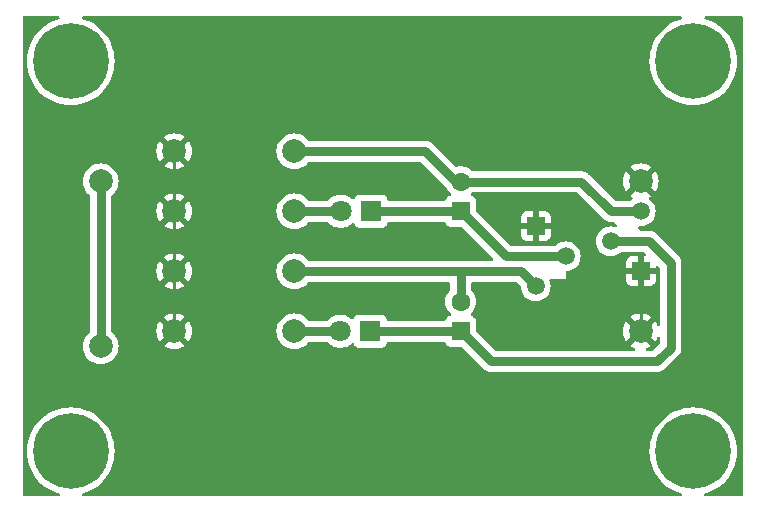
<source format=gbr>
%TF.GenerationSoftware,KiCad,Pcbnew,7.0.1-3b83917a11~172~ubuntu22.10.1*%
%TF.CreationDate,2023-04-05T19:22:54+09:00*%
%TF.ProjectId,m_vibrator_thick,6d5f7669-6272-4617-946f-725f74686963,rev?*%
%TF.SameCoordinates,Original*%
%TF.FileFunction,Copper,L1,Top*%
%TF.FilePolarity,Positive*%
%FSLAX46Y46*%
G04 Gerber Fmt 4.6, Leading zero omitted, Abs format (unit mm)*
G04 Created by KiCad (PCBNEW 7.0.1-3b83917a11~172~ubuntu22.10.1) date 2023-04-05 19:22:54*
%MOMM*%
%LPD*%
G01*
G04 APERTURE LIST*
%TA.AperFunction,ComponentPad*%
%ADD10C,1.500000*%
%TD*%
%TA.AperFunction,ComponentPad*%
%ADD11R,1.500000X1.500000*%
%TD*%
%TA.AperFunction,ComponentPad*%
%ADD12C,2.000000*%
%TD*%
%TA.AperFunction,ComponentPad*%
%ADD13R,1.600000X1.600000*%
%TD*%
%TA.AperFunction,ComponentPad*%
%ADD14C,1.600000*%
%TD*%
%TA.AperFunction,ComponentPad*%
%ADD15R,1.800000X1.800000*%
%TD*%
%TA.AperFunction,ComponentPad*%
%ADD16C,1.800000*%
%TD*%
%TA.AperFunction,ComponentPad*%
%ADD17C,6.400000*%
%TD*%
%TA.AperFunction,Conductor*%
%ADD18C,0.762000*%
%TD*%
%TA.AperFunction,Conductor*%
%ADD19C,0.508000*%
%TD*%
%TA.AperFunction,Conductor*%
%ADD20C,0.250000*%
%TD*%
G04 APERTURE END LIST*
D10*
%TO.P,Q2,3,B*%
%TO.N,Net-(Q2-B)*%
X44450000Y-24130000D03*
%TO.P,Q2,2,C*%
%TO.N,Net-(D2-K)*%
X46990000Y-21590000D03*
D11*
%TO.P,Q2,1,E*%
%TO.N,GND*%
X44450000Y-19050000D03*
%TD*%
%TO.P,Q1,1,E*%
%TO.N,GND*%
X53340000Y-22860000D03*
D10*
%TO.P,Q1,2,C*%
%TO.N,Net-(D1-K)*%
X50800000Y-20320000D03*
%TO.P,Q1,3,B*%
%TO.N,Net-(Q1-B)*%
X53340000Y-17780000D03*
%TD*%
D12*
%TO.P,TP2,1,1*%
%TO.N,Net-(TP2-Pad1)*%
X7620000Y-15240000D03*
%TD*%
%TO.P,TP4,1,1*%
%TO.N,GND*%
X53340000Y-27940000D03*
%TD*%
%TO.P,R2,1*%
%TO.N,+3V0*%
X13840225Y-22860000D03*
%TO.P,R2,2*%
%TO.N,Net-(Q2-B)*%
X24000225Y-22860000D03*
%TD*%
%TO.P,R4,1*%
%TO.N,+3V0*%
X13840225Y-17780000D03*
%TO.P,R4,2*%
%TO.N,Net-(D2-A)*%
X24000225Y-17780000D03*
%TD*%
D13*
%TO.P,C1,1*%
%TO.N,Net-(D1-K)*%
X38100000Y-27940000D03*
D14*
%TO.P,C1,2*%
%TO.N,Net-(Q2-B)*%
X38100000Y-25440000D03*
%TD*%
D15*
%TO.P,D2,1,K*%
%TO.N,Net-(D2-K)*%
X30480000Y-17780000D03*
D16*
%TO.P,D2,2,A*%
%TO.N,Net-(D2-A)*%
X27940000Y-17780000D03*
%TD*%
D12*
%TO.P,TP3,1,1*%
%TO.N,Net-(TP2-Pad1)*%
X7620000Y-29210000D03*
%TD*%
%TO.P,R3,1*%
%TO.N,+3V0*%
X13840225Y-12700000D03*
%TO.P,R3,2*%
%TO.N,Net-(Q1-B)*%
X24000225Y-12700000D03*
%TD*%
D13*
%TO.P,C2,1*%
%TO.N,Net-(D2-K)*%
X38100000Y-17780000D03*
D14*
%TO.P,C2,2*%
%TO.N,Net-(Q1-B)*%
X38100000Y-15280000D03*
%TD*%
D17*
%TO.P,H1,1*%
%TO.N,N/C*%
X5080000Y-5080000D03*
%TD*%
%TO.P,H4,1*%
%TO.N,N/C*%
X57785000Y-38100000D03*
%TD*%
D12*
%TO.P,TP1,1,1*%
%TO.N,+3V0*%
X53340000Y-15240000D03*
%TD*%
D17*
%TO.P,H3,1*%
%TO.N,N/C*%
X5080000Y-38100000D03*
%TD*%
D15*
%TO.P,D1,1,K*%
%TO.N,Net-(D1-K)*%
X30440000Y-27940000D03*
D16*
%TO.P,D1,2,A*%
%TO.N,Net-(D1-A)*%
X27900000Y-27940000D03*
%TD*%
D17*
%TO.P,H2,1*%
%TO.N,N/C*%
X57785000Y-5080000D03*
%TD*%
D12*
%TO.P,R1,1*%
%TO.N,+3V0*%
X13840225Y-27940000D03*
%TO.P,R1,2*%
%TO.N,Net-(D1-A)*%
X24000225Y-27940000D03*
%TD*%
D18*
%TO.N,Net-(D2-K)*%
X38100000Y-17780000D02*
X41910000Y-21590000D01*
X41910000Y-21590000D02*
X46990000Y-21590000D01*
D19*
%TO.N,GND*%
X43902000Y-19050000D02*
X46990000Y-19050000D01*
X46990000Y-19050000D02*
X50800000Y-22860000D01*
D18*
%TO.N,Net-(Q2-B)*%
X38100000Y-22860000D02*
X43180000Y-22860000D01*
X43180000Y-22860000D02*
X44450000Y-24130000D01*
%TO.N,Net-(D1-K)*%
X50800000Y-20320000D02*
X54062000Y-20320000D01*
X54062000Y-20320000D02*
X55890657Y-22148657D01*
X55890657Y-22148657D02*
X55890657Y-29335001D01*
X55890657Y-29335001D02*
X54745658Y-30480000D01*
X54745658Y-30480000D02*
X40640000Y-30480000D01*
X40640000Y-30480000D02*
X38100000Y-27940000D01*
%TO.N,Net-(Q1-B)*%
X38100000Y-15280000D02*
X48300000Y-15280000D01*
X48300000Y-15280000D02*
X50800000Y-17780000D01*
X50800000Y-17780000D02*
X53340000Y-17780000D01*
%TO.N,Net-(D1-K)*%
X38100000Y-27940000D02*
X30440000Y-27940000D01*
%TO.N,Net-(Q2-B)*%
X24000225Y-22860000D02*
X38100000Y-22860000D01*
X38100000Y-25440000D02*
X38100000Y-22860000D01*
D20*
%TO.N,Net-(D2-K)*%
X37498960Y-17780000D02*
X37799480Y-18080520D01*
D18*
X30480000Y-17780000D02*
X37498960Y-17780000D01*
%TO.N,Net-(Q1-B)*%
X24000225Y-12700000D02*
X35095000Y-12700000D01*
X35095000Y-12700000D02*
X37675000Y-15280000D01*
%TO.N,Net-(D1-A)*%
X24000225Y-27940000D02*
X27900000Y-27940000D01*
%TO.N,Net-(D2-A)*%
X27940000Y-17780000D02*
X24000225Y-17780000D01*
D19*
%TO.N,GND*%
X50800000Y-22860000D02*
X52915000Y-22860000D01*
D20*
X53340000Y-22860000D02*
X53340000Y-27940000D01*
%TO.N,+3V0*%
X13840225Y-13192221D02*
X13913877Y-13118569D01*
X13840225Y-27940000D02*
X13840225Y-13192221D01*
D18*
%TO.N,Net-(TP2-Pad1)*%
X7620000Y-15240000D02*
X7620000Y-29210000D01*
%TD*%
%TA.AperFunction,Conductor*%
%TO.N,GND*%
G36*
X47927585Y-16179091D02*
G01*
X47968462Y-16206405D01*
X50114508Y-18352451D01*
X50127347Y-18367483D01*
X50135327Y-18378466D01*
X50135330Y-18378468D01*
X50135331Y-18378470D01*
X50185073Y-18423258D01*
X50189819Y-18427762D01*
X50203993Y-18441936D01*
X50203994Y-18441937D01*
X50219561Y-18454543D01*
X50224555Y-18458808D01*
X50274285Y-18503585D01*
X50286038Y-18510370D01*
X50302322Y-18521561D01*
X50312875Y-18530107D01*
X50366010Y-18557180D01*
X50372469Y-18560471D01*
X50378267Y-18563619D01*
X50436211Y-18597073D01*
X50436212Y-18597073D01*
X50436215Y-18597075D01*
X50449126Y-18601270D01*
X50467383Y-18608832D01*
X50479476Y-18614994D01*
X50544109Y-18632312D01*
X50550414Y-18634180D01*
X50614044Y-18654855D01*
X50627530Y-18656272D01*
X50646971Y-18659875D01*
X50660085Y-18663389D01*
X50726890Y-18666889D01*
X50733471Y-18667406D01*
X50741525Y-18668253D01*
X50753379Y-18669500D01*
X50753380Y-18669500D01*
X50773407Y-18669500D01*
X50780001Y-18669673D01*
X50846810Y-18673174D01*
X50857312Y-18671510D01*
X50860216Y-18671051D01*
X50879924Y-18669500D01*
X51002310Y-18669500D01*
X51050528Y-18679091D01*
X51091405Y-18706405D01*
X51289983Y-18904983D01*
X51322595Y-18961467D01*
X51322595Y-19026689D01*
X51289983Y-19083174D01*
X51233499Y-19115785D01*
X51168278Y-19115785D01*
X51019371Y-19075885D01*
X50800000Y-19056693D01*
X50580624Y-19075885D01*
X50367925Y-19132879D01*
X50168347Y-19225943D01*
X49987958Y-19352253D01*
X49832253Y-19507958D01*
X49705943Y-19688347D01*
X49612879Y-19887925D01*
X49555885Y-20100624D01*
X49536693Y-20320000D01*
X49555885Y-20539375D01*
X49612879Y-20752074D01*
X49705943Y-20951653D01*
X49832253Y-21132041D01*
X49987958Y-21287746D01*
X49987961Y-21287748D01*
X49987962Y-21287749D01*
X50168346Y-21414056D01*
X50367924Y-21507120D01*
X50461707Y-21532249D01*
X50580624Y-21564114D01*
X50580625Y-21564114D01*
X50580629Y-21564115D01*
X50800000Y-21583307D01*
X51019371Y-21564115D01*
X51232076Y-21507120D01*
X51431654Y-21414056D01*
X51612038Y-21287749D01*
X51653384Y-21246402D01*
X51694258Y-21219091D01*
X51742477Y-21209500D01*
X53542310Y-21209500D01*
X53590528Y-21219091D01*
X53631405Y-21246405D01*
X53771905Y-21386905D01*
X53802643Y-21437064D01*
X53807259Y-21495711D01*
X53784746Y-21550061D01*
X53740013Y-21588267D01*
X53682810Y-21602000D01*
X53594000Y-21602000D01*
X53594000Y-22606000D01*
X54598000Y-22606000D01*
X54598000Y-22517190D01*
X54611733Y-22459987D01*
X54649939Y-22415254D01*
X54704289Y-22392741D01*
X54762936Y-22397357D01*
X54813095Y-22428095D01*
X54964252Y-22579252D01*
X54991566Y-22620129D01*
X55001157Y-22668347D01*
X55001157Y-27376347D01*
X54982590Y-27442182D01*
X54932360Y-27488614D01*
X54865271Y-27501959D01*
X54801096Y-27478283D01*
X54758748Y-27424565D01*
X54687791Y-27253261D01*
X54573102Y-27066107D01*
X54573101Y-27066107D01*
X53699210Y-27940000D01*
X53699210Y-27940001D01*
X54573101Y-28813892D01*
X54573102Y-28813891D01*
X54687791Y-28626738D01*
X54758748Y-28455435D01*
X54801096Y-28401717D01*
X54865271Y-28378041D01*
X54932360Y-28391386D01*
X54982590Y-28437818D01*
X55001157Y-28503653D01*
X55001157Y-28914368D01*
X54991566Y-28962586D01*
X54964252Y-29003463D01*
X54414120Y-29553595D01*
X54373243Y-29580909D01*
X54325025Y-29590500D01*
X53929381Y-29590500D01*
X53863546Y-29571933D01*
X53817114Y-29521703D01*
X53803769Y-29454614D01*
X53827445Y-29390439D01*
X53881163Y-29348091D01*
X54026738Y-29287791D01*
X54213891Y-29173102D01*
X54213892Y-29173101D01*
X53340001Y-28299210D01*
X53340000Y-28299210D01*
X52466107Y-29173101D01*
X52466107Y-29173102D01*
X52653261Y-29287791D01*
X52798837Y-29348091D01*
X52852555Y-29390439D01*
X52876231Y-29454614D01*
X52862886Y-29521703D01*
X52816454Y-29571933D01*
X52750619Y-29590500D01*
X41060632Y-29590500D01*
X41012414Y-29580909D01*
X40971537Y-29553595D01*
X39445405Y-28027462D01*
X39418091Y-27986585D01*
X39408825Y-27939999D01*
X51827337Y-27939999D01*
X51845960Y-28176633D01*
X51901372Y-28407440D01*
X51992208Y-28626738D01*
X52106896Y-28813891D01*
X52106897Y-28813891D01*
X52980790Y-27940000D01*
X52980790Y-27939999D01*
X52106898Y-27066107D01*
X52106896Y-27066107D01*
X51992207Y-27253264D01*
X51901372Y-27472559D01*
X51845960Y-27703366D01*
X51827337Y-27939999D01*
X39408825Y-27939999D01*
X39408500Y-27938367D01*
X39408500Y-27091362D01*
X39408499Y-27091361D01*
X39401989Y-27030799D01*
X39350889Y-26893796D01*
X39350888Y-26893794D01*
X39263261Y-26776738D01*
X39169966Y-26706898D01*
X52466107Y-26706898D01*
X53339999Y-27580790D01*
X53340000Y-27580790D01*
X54213891Y-26706897D01*
X54213891Y-26706896D01*
X54026738Y-26592208D01*
X53807440Y-26501372D01*
X53576633Y-26445960D01*
X53340000Y-26427337D01*
X53103366Y-26445960D01*
X52872559Y-26501372D01*
X52653264Y-26592207D01*
X52466107Y-26706896D01*
X52466107Y-26706898D01*
X39169966Y-26706898D01*
X39146205Y-26689111D01*
X39094720Y-26669908D01*
X39009201Y-26638011D01*
X39009198Y-26638010D01*
X39005923Y-26636789D01*
X38954731Y-26601246D01*
X38926834Y-26545516D01*
X38929059Y-26483234D01*
X38960858Y-26429639D01*
X39106198Y-26284300D01*
X39237523Y-26096749D01*
X39334284Y-25889243D01*
X39393543Y-25668087D01*
X39413498Y-25440000D01*
X39393543Y-25211913D01*
X39334284Y-24990757D01*
X39237523Y-24783251D01*
X39106198Y-24595700D01*
X39026402Y-24515904D01*
X38999091Y-24475030D01*
X38989500Y-24426812D01*
X38989500Y-23875500D01*
X39006381Y-23812500D01*
X39052500Y-23766381D01*
X39115500Y-23749500D01*
X42759367Y-23749500D01*
X42807585Y-23759091D01*
X42848462Y-23786405D01*
X43153749Y-24091692D01*
X43178849Y-24127537D01*
X43190175Y-24169805D01*
X43205885Y-24349375D01*
X43262879Y-24562074D01*
X43355943Y-24761653D01*
X43482253Y-24942041D01*
X43637958Y-25097746D01*
X43637961Y-25097748D01*
X43637962Y-25097749D01*
X43818346Y-25224056D01*
X44017924Y-25317120D01*
X44111707Y-25342249D01*
X44230624Y-25374114D01*
X44230625Y-25374114D01*
X44230629Y-25374115D01*
X44450000Y-25393307D01*
X44669371Y-25374115D01*
X44882076Y-25317120D01*
X45081654Y-25224056D01*
X45262038Y-25097749D01*
X45417749Y-24942038D01*
X45544056Y-24761654D01*
X45637120Y-24562076D01*
X45694115Y-24349371D01*
X45713307Y-24130000D01*
X45694115Y-23910629D01*
X45637120Y-23697924D01*
X45626079Y-23674248D01*
X45614545Y-23612759D01*
X45634008Y-23553300D01*
X45679671Y-23510532D01*
X45740275Y-23495000D01*
X46990000Y-23495000D01*
X46990000Y-23114000D01*
X52082000Y-23114000D01*
X52082000Y-23658589D01*
X52088505Y-23719093D01*
X52139554Y-23855962D01*
X52227095Y-23972904D01*
X52344037Y-24060445D01*
X52480906Y-24111494D01*
X52541411Y-24118000D01*
X53086000Y-24118000D01*
X53086000Y-23114000D01*
X53594000Y-23114000D01*
X53594000Y-24118000D01*
X54138589Y-24118000D01*
X54199093Y-24111494D01*
X54335962Y-24060445D01*
X54452904Y-23972904D01*
X54540445Y-23855962D01*
X54591494Y-23719093D01*
X54598000Y-23658589D01*
X54598000Y-23114000D01*
X53594000Y-23114000D01*
X53086000Y-23114000D01*
X52082000Y-23114000D01*
X46990000Y-23114000D01*
X46990000Y-22968765D01*
X47005095Y-22908965D01*
X47046762Y-22863493D01*
X47105017Y-22843244D01*
X47209371Y-22834115D01*
X47422076Y-22777120D01*
X47621654Y-22684056D01*
X47733129Y-22606000D01*
X52082000Y-22606000D01*
X53086000Y-22606000D01*
X53086000Y-21602000D01*
X52541411Y-21602000D01*
X52480906Y-21608505D01*
X52344037Y-21659554D01*
X52227095Y-21747095D01*
X52139554Y-21864037D01*
X52088505Y-22000906D01*
X52082000Y-22061411D01*
X52082000Y-22606000D01*
X47733129Y-22606000D01*
X47802038Y-22557749D01*
X47957749Y-22402038D01*
X48084056Y-22221654D01*
X48177120Y-22022076D01*
X48234115Y-21809371D01*
X48253307Y-21590000D01*
X48234115Y-21370629D01*
X48177120Y-21157924D01*
X48084056Y-20958347D01*
X47957749Y-20777962D01*
X47957748Y-20777961D01*
X47957746Y-20777958D01*
X47802041Y-20622253D01*
X47621653Y-20495943D01*
X47422074Y-20402879D01*
X47209375Y-20345885D01*
X46990000Y-20326693D01*
X46770624Y-20345885D01*
X46557925Y-20402879D01*
X46358347Y-20495943D01*
X46177961Y-20622251D01*
X46177962Y-20622251D01*
X46136615Y-20663597D01*
X46095742Y-20690909D01*
X46047523Y-20700500D01*
X42330633Y-20700500D01*
X42282415Y-20690909D01*
X42241538Y-20663595D01*
X40881943Y-19304000D01*
X43192000Y-19304000D01*
X43192000Y-19848589D01*
X43198505Y-19909093D01*
X43249554Y-20045962D01*
X43337095Y-20162904D01*
X43454037Y-20250445D01*
X43590906Y-20301494D01*
X43651411Y-20308000D01*
X44196000Y-20308000D01*
X44196000Y-19304000D01*
X44704000Y-19304000D01*
X44704000Y-20308000D01*
X45248589Y-20308000D01*
X45309093Y-20301494D01*
X45445962Y-20250445D01*
X45562904Y-20162904D01*
X45650445Y-20045962D01*
X45701494Y-19909093D01*
X45708000Y-19848589D01*
X45708000Y-19304000D01*
X44704000Y-19304000D01*
X44196000Y-19304000D01*
X43192000Y-19304000D01*
X40881943Y-19304000D01*
X40373943Y-18796000D01*
X43192000Y-18796000D01*
X44196000Y-18796000D01*
X44196000Y-17792000D01*
X44704000Y-17792000D01*
X44704000Y-18796000D01*
X45708000Y-18796000D01*
X45708000Y-18251411D01*
X45701494Y-18190906D01*
X45650445Y-18054037D01*
X45562904Y-17937095D01*
X45445962Y-17849554D01*
X45309093Y-17798505D01*
X45248589Y-17792000D01*
X44704000Y-17792000D01*
X44196000Y-17792000D01*
X43651411Y-17792000D01*
X43590906Y-17798505D01*
X43454037Y-17849554D01*
X43337095Y-17937095D01*
X43249554Y-18054037D01*
X43198505Y-18190906D01*
X43192000Y-18251411D01*
X43192000Y-18796000D01*
X40373943Y-18796000D01*
X39445405Y-17867462D01*
X39418091Y-17826585D01*
X39408500Y-17778367D01*
X39408500Y-16931362D01*
X39401989Y-16870799D01*
X39350889Y-16733796D01*
X39350888Y-16733794D01*
X39263261Y-16616738D01*
X39146205Y-16529111D01*
X39094720Y-16509908D01*
X39009201Y-16478011D01*
X39009198Y-16478010D01*
X39005923Y-16476789D01*
X38954731Y-16441246D01*
X38926835Y-16385516D01*
X38929059Y-16323235D01*
X38960860Y-16269638D01*
X39024093Y-16206405D01*
X39064970Y-16179091D01*
X39113188Y-16169500D01*
X47879367Y-16169500D01*
X47927585Y-16179091D01*
G37*
%TD.AperFunction*%
%TD*%
%TA.AperFunction,Conductor*%
%TO.N,+3V0*%
G36*
X4071685Y-1284237D02*
G01*
X4116718Y-1323729D01*
X4138427Y-1379554D01*
X4131906Y-1439095D01*
X4098629Y-1488897D01*
X4046116Y-1517707D01*
X3932436Y-1548167D01*
X3569548Y-1687467D01*
X3223205Y-1863938D01*
X2897206Y-2075643D01*
X2595118Y-2320270D01*
X2320270Y-2595118D01*
X2075643Y-2897206D01*
X1863938Y-3223205D01*
X1687467Y-3569548D01*
X1548167Y-3932436D01*
X1447562Y-4307900D01*
X1386753Y-4691829D01*
X1366410Y-5080000D01*
X1386753Y-5468170D01*
X1447562Y-5852099D01*
X1548167Y-6227563D01*
X1687467Y-6590451D01*
X1863938Y-6936795D01*
X2075643Y-7262793D01*
X2320270Y-7564881D01*
X2595118Y-7839729D01*
X2595123Y-7839733D01*
X2595124Y-7839734D01*
X2897207Y-8084357D01*
X3223205Y-8296062D01*
X3569547Y-8472532D01*
X3932438Y-8611833D01*
X4307901Y-8712438D01*
X4691824Y-8773246D01*
X5080000Y-8793589D01*
X5468176Y-8773246D01*
X5852099Y-8712438D01*
X6227562Y-8611833D01*
X6590453Y-8472532D01*
X6936795Y-8296062D01*
X7262793Y-8084357D01*
X7564876Y-7839734D01*
X7839734Y-7564876D01*
X8084357Y-7262793D01*
X8296062Y-6936795D01*
X8472532Y-6590453D01*
X8611833Y-6227562D01*
X8712438Y-5852099D01*
X8773246Y-5468176D01*
X8793589Y-5080000D01*
X8773246Y-4691824D01*
X8712438Y-4307901D01*
X8611833Y-3932438D01*
X8472532Y-3569547D01*
X8296062Y-3223206D01*
X8084357Y-2897207D01*
X7839734Y-2595124D01*
X7839733Y-2595123D01*
X7839729Y-2595118D01*
X7564881Y-2320270D01*
X7262793Y-2075643D01*
X6936795Y-1863938D01*
X6590451Y-1687467D01*
X6227563Y-1548167D01*
X6113884Y-1517707D01*
X6061371Y-1488897D01*
X6028094Y-1439095D01*
X6021573Y-1379554D01*
X6043282Y-1323729D01*
X6088315Y-1284237D01*
X6146495Y-1270000D01*
X56718505Y-1270000D01*
X56776685Y-1284237D01*
X56821718Y-1323729D01*
X56843427Y-1379554D01*
X56836906Y-1439095D01*
X56803629Y-1488897D01*
X56751116Y-1517707D01*
X56637436Y-1548167D01*
X56274548Y-1687467D01*
X55928205Y-1863938D01*
X55602206Y-2075643D01*
X55300118Y-2320270D01*
X55025270Y-2595118D01*
X54780643Y-2897206D01*
X54568938Y-3223205D01*
X54392467Y-3569548D01*
X54253167Y-3932436D01*
X54152562Y-4307900D01*
X54091753Y-4691829D01*
X54071410Y-5079999D01*
X54091753Y-5468170D01*
X54152562Y-5852099D01*
X54253167Y-6227563D01*
X54392467Y-6590451D01*
X54568938Y-6936795D01*
X54780643Y-7262793D01*
X55025270Y-7564881D01*
X55300118Y-7839729D01*
X55300123Y-7839733D01*
X55300124Y-7839734D01*
X55602207Y-8084357D01*
X55928205Y-8296062D01*
X56274547Y-8472532D01*
X56637438Y-8611833D01*
X57012901Y-8712438D01*
X57396824Y-8773246D01*
X57785000Y-8793589D01*
X58173176Y-8773246D01*
X58557099Y-8712438D01*
X58932562Y-8611833D01*
X59295453Y-8472532D01*
X59641795Y-8296062D01*
X59967793Y-8084357D01*
X60269876Y-7839734D01*
X60544734Y-7564876D01*
X60789357Y-7262793D01*
X61001062Y-6936795D01*
X61177532Y-6590453D01*
X61316833Y-6227562D01*
X61417438Y-5852099D01*
X61478246Y-5468176D01*
X61498589Y-5080000D01*
X61478246Y-4691824D01*
X61417438Y-4307901D01*
X61316833Y-3932438D01*
X61177532Y-3569547D01*
X61001062Y-3223206D01*
X60789357Y-2897207D01*
X60544734Y-2595124D01*
X60544733Y-2595123D01*
X60544729Y-2595118D01*
X60269881Y-2320270D01*
X59967793Y-2075643D01*
X59641795Y-1863938D01*
X59295451Y-1687467D01*
X58932563Y-1548167D01*
X58818884Y-1517707D01*
X58766371Y-1488897D01*
X58733094Y-1439095D01*
X58726573Y-1379554D01*
X58748282Y-1323729D01*
X58793315Y-1284237D01*
X58851495Y-1270000D01*
X61850000Y-1270000D01*
X61913000Y-1286881D01*
X61959119Y-1333000D01*
X61976000Y-1396000D01*
X61976000Y-41784000D01*
X61959119Y-41847000D01*
X61913000Y-41893119D01*
X61850000Y-41910000D01*
X58851495Y-41910000D01*
X58793315Y-41895763D01*
X58748282Y-41856271D01*
X58726573Y-41800446D01*
X58733094Y-41740905D01*
X58766371Y-41691103D01*
X58818884Y-41662293D01*
X58829322Y-41659495D01*
X58932562Y-41631833D01*
X59295453Y-41492532D01*
X59641795Y-41316062D01*
X59967793Y-41104357D01*
X60269876Y-40859734D01*
X60544734Y-40584876D01*
X60789357Y-40282793D01*
X61001062Y-39956795D01*
X61177532Y-39610453D01*
X61316833Y-39247562D01*
X61417438Y-38872099D01*
X61478246Y-38488176D01*
X61498589Y-38100000D01*
X61478246Y-37711824D01*
X61417438Y-37327901D01*
X61316833Y-36952438D01*
X61177532Y-36589547D01*
X61001062Y-36243206D01*
X60789357Y-35917207D01*
X60544734Y-35615124D01*
X60544733Y-35615123D01*
X60544729Y-35615118D01*
X60269881Y-35340270D01*
X59967793Y-35095643D01*
X59641795Y-34883938D01*
X59295451Y-34707467D01*
X58932563Y-34568167D01*
X58557099Y-34467562D01*
X58173170Y-34406753D01*
X57785000Y-34386410D01*
X57396829Y-34406753D01*
X57012900Y-34467562D01*
X56637436Y-34568167D01*
X56274548Y-34707467D01*
X55928205Y-34883938D01*
X55602206Y-35095643D01*
X55300118Y-35340270D01*
X55025270Y-35615118D01*
X54780643Y-35917206D01*
X54568938Y-36243205D01*
X54392467Y-36589548D01*
X54253167Y-36952436D01*
X54152562Y-37327900D01*
X54091753Y-37711829D01*
X54071410Y-38100000D01*
X54091753Y-38488170D01*
X54152562Y-38872099D01*
X54253167Y-39247563D01*
X54392467Y-39610451D01*
X54568938Y-39956795D01*
X54780643Y-40282793D01*
X55025270Y-40584881D01*
X55300118Y-40859729D01*
X55300123Y-40859733D01*
X55300124Y-40859734D01*
X55602207Y-41104357D01*
X55928205Y-41316062D01*
X56274547Y-41492532D01*
X56637438Y-41631833D01*
X56735479Y-41658103D01*
X56751116Y-41662293D01*
X56803629Y-41691103D01*
X56836906Y-41740905D01*
X56843427Y-41800446D01*
X56821718Y-41856271D01*
X56776685Y-41895763D01*
X56718505Y-41910000D01*
X6146495Y-41910000D01*
X6088315Y-41895763D01*
X6043282Y-41856271D01*
X6021573Y-41800446D01*
X6028094Y-41740905D01*
X6061371Y-41691103D01*
X6113884Y-41662293D01*
X6124322Y-41659495D01*
X6227562Y-41631833D01*
X6590453Y-41492532D01*
X6936795Y-41316062D01*
X7262793Y-41104357D01*
X7564876Y-40859734D01*
X7839734Y-40584876D01*
X8084357Y-40282793D01*
X8296062Y-39956795D01*
X8472532Y-39610453D01*
X8611833Y-39247562D01*
X8712438Y-38872099D01*
X8773246Y-38488176D01*
X8793589Y-38100000D01*
X8773246Y-37711824D01*
X8712438Y-37327901D01*
X8611833Y-36952438D01*
X8472532Y-36589547D01*
X8296062Y-36243206D01*
X8084357Y-35917207D01*
X7839734Y-35615124D01*
X7839733Y-35615123D01*
X7839729Y-35615118D01*
X7564881Y-35340270D01*
X7262793Y-35095643D01*
X6936795Y-34883938D01*
X6590451Y-34707467D01*
X6227563Y-34568167D01*
X5852099Y-34467562D01*
X5468170Y-34406753D01*
X5080000Y-34386410D01*
X4691829Y-34406753D01*
X4307900Y-34467562D01*
X3932436Y-34568167D01*
X3569548Y-34707467D01*
X3223205Y-34883938D01*
X2897206Y-35095643D01*
X2595118Y-35340270D01*
X2320270Y-35615118D01*
X2075643Y-35917206D01*
X1863938Y-36243205D01*
X1687467Y-36589548D01*
X1548167Y-36952436D01*
X1447562Y-37327900D01*
X1386753Y-37711829D01*
X1366410Y-38100000D01*
X1386753Y-38488170D01*
X1447562Y-38872099D01*
X1548167Y-39247563D01*
X1687467Y-39610451D01*
X1863938Y-39956795D01*
X2075643Y-40282793D01*
X2320270Y-40584881D01*
X2595118Y-40859729D01*
X2595123Y-40859733D01*
X2595124Y-40859734D01*
X2897207Y-41104357D01*
X3223205Y-41316062D01*
X3569547Y-41492532D01*
X3932438Y-41631833D01*
X4030479Y-41658103D01*
X4046116Y-41662293D01*
X4098629Y-41691103D01*
X4131906Y-41740905D01*
X4138427Y-41800446D01*
X4116718Y-41856271D01*
X4071685Y-41895763D01*
X4013505Y-41910000D01*
X1142000Y-41910000D01*
X1079000Y-41893119D01*
X1032881Y-41847000D01*
X1016000Y-41784000D01*
X1016000Y-29210000D01*
X6106835Y-29210000D01*
X6125464Y-29446711D01*
X6180895Y-29677594D01*
X6271761Y-29896966D01*
X6395823Y-30099415D01*
X6550030Y-30279969D01*
X6730584Y-30434176D01*
X6933033Y-30558238D01*
X6933035Y-30558238D01*
X6933037Y-30558240D01*
X7152406Y-30649105D01*
X7327858Y-30691227D01*
X7383288Y-30704535D01*
X7400558Y-30705894D01*
X7620000Y-30723165D01*
X7856711Y-30704535D01*
X8087594Y-30649105D01*
X8306963Y-30558240D01*
X8509416Y-30434176D01*
X8689969Y-30279969D01*
X8844176Y-30099416D01*
X8968240Y-29896963D01*
X9059105Y-29677594D01*
X9114535Y-29446711D01*
X9133165Y-29210000D01*
X9130261Y-29173102D01*
X12966332Y-29173102D01*
X13153486Y-29287791D01*
X13372784Y-29378627D01*
X13603591Y-29434039D01*
X13840225Y-29452662D01*
X14076858Y-29434039D01*
X14307665Y-29378627D01*
X14526963Y-29287791D01*
X14714116Y-29173102D01*
X14714117Y-29173101D01*
X13840226Y-28299210D01*
X13840225Y-28299210D01*
X12966332Y-29173101D01*
X12966332Y-29173102D01*
X9130261Y-29173102D01*
X9114535Y-28973289D01*
X9059105Y-28742406D01*
X8968240Y-28523037D01*
X8844176Y-28320584D01*
X8721297Y-28176711D01*
X8689969Y-28140030D01*
X8553670Y-28023621D01*
X8521074Y-27980561D01*
X8512174Y-27939999D01*
X12327562Y-27939999D01*
X12346185Y-28176633D01*
X12401597Y-28407440D01*
X12492433Y-28626738D01*
X12607121Y-28813891D01*
X12607122Y-28813891D01*
X13481014Y-27940001D01*
X14199435Y-27940001D01*
X15073326Y-28813892D01*
X15073327Y-28813891D01*
X15188016Y-28626738D01*
X15278852Y-28407440D01*
X15334264Y-28176633D01*
X15352887Y-27940000D01*
X15352887Y-27939999D01*
X22487060Y-27939999D01*
X22505689Y-28176711D01*
X22561120Y-28407594D01*
X22651986Y-28626966D01*
X22776048Y-28829415D01*
X22930255Y-29009969D01*
X23110809Y-29164176D01*
X23313258Y-29288238D01*
X23313260Y-29288238D01*
X23313262Y-29288240D01*
X23532631Y-29379105D01*
X23708082Y-29421227D01*
X23763513Y-29434535D01*
X23780783Y-29435894D01*
X24000225Y-29453165D01*
X24236936Y-29434535D01*
X24467819Y-29379105D01*
X24687188Y-29288240D01*
X24889641Y-29164176D01*
X25070194Y-29009969D01*
X25186604Y-28873669D01*
X25229664Y-28841074D01*
X25282415Y-28829500D01*
X26749133Y-28829500D01*
X26799746Y-28840112D01*
X26841834Y-28870162D01*
X26914593Y-28949199D01*
X26942780Y-28979818D01*
X27126983Y-29123190D01*
X27332273Y-29234287D01*
X27553049Y-29310080D01*
X27783288Y-29348500D01*
X28016709Y-29348500D01*
X28016712Y-29348500D01*
X28246951Y-29310080D01*
X28467727Y-29234287D01*
X28673017Y-29123190D01*
X28857220Y-28979818D01*
X28857221Y-28979816D01*
X28865459Y-28973405D01*
X28866550Y-28974806D01*
X28908451Y-28947847D01*
X28971915Y-28943934D01*
X29029208Y-28971509D01*
X29065742Y-29023550D01*
X29089111Y-29086206D01*
X29176738Y-29203261D01*
X29293794Y-29290888D01*
X29293795Y-29290888D01*
X29293796Y-29290889D01*
X29430799Y-29341989D01*
X29491362Y-29348500D01*
X31388638Y-29348500D01*
X31449201Y-29341989D01*
X31586204Y-29290889D01*
X31703261Y-29203261D01*
X31790889Y-29086204D01*
X31841989Y-28949201D01*
X31842760Y-28942028D01*
X31863692Y-28884875D01*
X31908974Y-28844201D01*
X31968038Y-28829500D01*
X36703180Y-28829500D01*
X36752780Y-28839673D01*
X36794371Y-28868550D01*
X36821236Y-28911468D01*
X36849111Y-28986205D01*
X36936738Y-29103261D01*
X37053794Y-29190888D01*
X37053795Y-29190888D01*
X37053796Y-29190889D01*
X37190799Y-29241989D01*
X37251362Y-29248500D01*
X38098367Y-29248500D01*
X38146585Y-29258091D01*
X38187462Y-29285405D01*
X39954508Y-31052450D01*
X39967349Y-31067484D01*
X39975329Y-31078468D01*
X39975330Y-31078469D01*
X39975331Y-31078470D01*
X40025082Y-31123266D01*
X40029842Y-31127784D01*
X40043994Y-31141936D01*
X40059572Y-31154551D01*
X40064565Y-31158817D01*
X40114281Y-31203583D01*
X40119254Y-31206453D01*
X40126039Y-31210371D01*
X40142333Y-31221570D01*
X40152872Y-31230104D01*
X40152873Y-31230104D01*
X40152875Y-31230106D01*
X40212489Y-31260481D01*
X40218245Y-31263606D01*
X40276215Y-31297075D01*
X40289119Y-31301267D01*
X40307385Y-31308833D01*
X40319475Y-31314994D01*
X40384109Y-31332312D01*
X40390427Y-31334185D01*
X40454043Y-31354855D01*
X40467530Y-31356272D01*
X40486977Y-31359876D01*
X40500083Y-31363388D01*
X40518632Y-31364359D01*
X40566887Y-31366888D01*
X40573455Y-31367405D01*
X40587637Y-31368896D01*
X40593379Y-31369500D01*
X40593380Y-31369500D01*
X40613413Y-31369500D01*
X40620006Y-31369672D01*
X40686809Y-31373174D01*
X40697311Y-31371510D01*
X40700215Y-31371051D01*
X40719923Y-31369500D01*
X54665734Y-31369500D01*
X54685442Y-31371051D01*
X54688756Y-31371575D01*
X54698848Y-31373174D01*
X54765656Y-31369673D01*
X54772251Y-31369500D01*
X54792272Y-31369500D01*
X54792278Y-31369500D01*
X54812236Y-31367401D01*
X54818696Y-31366892D01*
X54885573Y-31363389D01*
X54898684Y-31359875D01*
X54918129Y-31356272D01*
X54931614Y-31354855D01*
X54995263Y-31334173D01*
X55001547Y-31332312D01*
X55066182Y-31314994D01*
X55078273Y-31308832D01*
X55096531Y-31301269D01*
X55109443Y-31297075D01*
X55167432Y-31263594D01*
X55173147Y-31260491D01*
X55232783Y-31230107D01*
X55243320Y-31221572D01*
X55259623Y-31210368D01*
X55271373Y-31203585D01*
X55321111Y-31158799D01*
X55326086Y-31154551D01*
X55341664Y-31141937D01*
X55355837Y-31127762D01*
X55360606Y-31123238D01*
X55410326Y-31078471D01*
X55410328Y-31078468D01*
X55418305Y-31067487D01*
X55431141Y-31052458D01*
X56463115Y-30020484D01*
X56478144Y-30007648D01*
X56489127Y-29999670D01*
X56533897Y-29949945D01*
X56538419Y-29945180D01*
X56552594Y-29931007D01*
X56565208Y-29915429D01*
X56569456Y-29910454D01*
X56614242Y-29860716D01*
X56621028Y-29848960D01*
X56632230Y-29832663D01*
X56640762Y-29822128D01*
X56640764Y-29822126D01*
X56671159Y-29762470D01*
X56674268Y-29756744D01*
X56707732Y-29698786D01*
X56711925Y-29685879D01*
X56719491Y-29667612D01*
X56725651Y-29655526D01*
X56742966Y-29590899D01*
X56744831Y-29584602D01*
X56765512Y-29520957D01*
X56766931Y-29507455D01*
X56770533Y-29488023D01*
X56774045Y-29474915D01*
X56777545Y-29408118D01*
X56778063Y-29401534D01*
X56780157Y-29381620D01*
X56780157Y-29361587D01*
X56780330Y-29354993D01*
X56780670Y-29348500D01*
X56783831Y-29288191D01*
X56781708Y-29274785D01*
X56780157Y-29255077D01*
X56780157Y-22228581D01*
X56781708Y-22208873D01*
X56782167Y-22205969D01*
X56783831Y-22195467D01*
X56780330Y-22128658D01*
X56780157Y-22122064D01*
X56780157Y-22102036D01*
X56778064Y-22082131D01*
X56777546Y-22075547D01*
X56774046Y-22008744D01*
X56774046Y-22008742D01*
X56770532Y-21995628D01*
X56766929Y-21976186D01*
X56766340Y-21970584D01*
X56765512Y-21962701D01*
X56744837Y-21899071D01*
X56742966Y-21892755D01*
X56725651Y-21828133D01*
X56719489Y-21816040D01*
X56711927Y-21797783D01*
X56707732Y-21784872D01*
X56707730Y-21784868D01*
X56674276Y-21726924D01*
X56671128Y-21721126D01*
X56667837Y-21714667D01*
X56640764Y-21661532D01*
X56632218Y-21650979D01*
X56621027Y-21634695D01*
X56614242Y-21622942D01*
X56569465Y-21573212D01*
X56565200Y-21568218D01*
X56561877Y-21564115D01*
X56552594Y-21552651D01*
X56538419Y-21538476D01*
X56533915Y-21533730D01*
X56489127Y-21483988D01*
X56489125Y-21483987D01*
X56489123Y-21483984D01*
X56478140Y-21476004D01*
X56463108Y-21463165D01*
X54747488Y-19747545D01*
X54734646Y-19732510D01*
X54726666Y-19721526D01*
X54676938Y-19676750D01*
X54672154Y-19672210D01*
X54658012Y-19658068D01*
X54642447Y-19645463D01*
X54637436Y-19641183D01*
X54612011Y-19618291D01*
X54587715Y-19596415D01*
X54587713Y-19596413D01*
X54587711Y-19596412D01*
X54575961Y-19589628D01*
X54559668Y-19578430D01*
X54549128Y-19569895D01*
X54549126Y-19569894D01*
X54549125Y-19569893D01*
X54489503Y-19539514D01*
X54483722Y-19536375D01*
X54425785Y-19502925D01*
X54412872Y-19498729D01*
X54394614Y-19491166D01*
X54382524Y-19485006D01*
X54317872Y-19467682D01*
X54311590Y-19465820D01*
X54283109Y-19456567D01*
X54247954Y-19445144D01*
X54234463Y-19443726D01*
X54215031Y-19440125D01*
X54201914Y-19436610D01*
X54135111Y-19433110D01*
X54128536Y-19432593D01*
X54108620Y-19430500D01*
X54088593Y-19430500D01*
X54081999Y-19430327D01*
X54066008Y-19429489D01*
X54015190Y-19426826D01*
X54015189Y-19426826D01*
X54001784Y-19428949D01*
X53982076Y-19430500D01*
X53368340Y-19430500D01*
X53319169Y-19420510D01*
X53277796Y-19392123D01*
X53137993Y-19247659D01*
X53107570Y-19195291D01*
X53105094Y-19134778D01*
X53131139Y-19080101D01*
X53179686Y-19043891D01*
X53239513Y-19034515D01*
X53340000Y-19043307D01*
X53559371Y-19024115D01*
X53772076Y-18967120D01*
X53971654Y-18874056D01*
X54152038Y-18747749D01*
X54307749Y-18592038D01*
X54434056Y-18411654D01*
X54527120Y-18212076D01*
X54584115Y-17999371D01*
X54603307Y-17780000D01*
X54584115Y-17560629D01*
X54579489Y-17543366D01*
X54527120Y-17347925D01*
X54510557Y-17312406D01*
X54434056Y-17148347D01*
X54307749Y-16967962D01*
X54307748Y-16967961D01*
X54307746Y-16967958D01*
X54152041Y-16812253D01*
X54080033Y-16761832D01*
X54039665Y-16715085D01*
X54026363Y-16654771D01*
X54043323Y-16595381D01*
X54086469Y-16551186D01*
X54213892Y-16473101D01*
X53340001Y-15599210D01*
X53340000Y-15599210D01*
X52466107Y-16473101D01*
X52593530Y-16551186D01*
X52636676Y-16595381D01*
X52653636Y-16654770D01*
X52640334Y-16715085D01*
X52599967Y-16761831D01*
X52527963Y-16812249D01*
X52508851Y-16831362D01*
X52486615Y-16853597D01*
X52445742Y-16880909D01*
X52397523Y-16890500D01*
X51220633Y-16890500D01*
X51172415Y-16880909D01*
X51131538Y-16853595D01*
X49517942Y-15239999D01*
X51827337Y-15239999D01*
X51845960Y-15476633D01*
X51901372Y-15707440D01*
X51992208Y-15926738D01*
X52106896Y-16113891D01*
X52106897Y-16113891D01*
X52980789Y-15240001D01*
X53699210Y-15240001D01*
X54573101Y-16113892D01*
X54573102Y-16113891D01*
X54687791Y-15926738D01*
X54778627Y-15707440D01*
X54834039Y-15476633D01*
X54852662Y-15239999D01*
X54834039Y-15003366D01*
X54778627Y-14772559D01*
X54687791Y-14553261D01*
X54573102Y-14366107D01*
X54573101Y-14366107D01*
X53699210Y-15240000D01*
X53699210Y-15240001D01*
X52980789Y-15240001D01*
X52980790Y-15240000D01*
X52980790Y-15239999D01*
X52106898Y-14366107D01*
X52106896Y-14366107D01*
X51992207Y-14553264D01*
X51901372Y-14772559D01*
X51845960Y-15003366D01*
X51827337Y-15239999D01*
X49517942Y-15239999D01*
X48985488Y-14707545D01*
X48972646Y-14692510D01*
X48964666Y-14681526D01*
X48914938Y-14636750D01*
X48910154Y-14632210D01*
X48896012Y-14618068D01*
X48880447Y-14605463D01*
X48875436Y-14601183D01*
X48850011Y-14578291D01*
X48825715Y-14556415D01*
X48825713Y-14556413D01*
X48825711Y-14556412D01*
X48813961Y-14549628D01*
X48797668Y-14538430D01*
X48787128Y-14529895D01*
X48787126Y-14529894D01*
X48787125Y-14529893D01*
X48727503Y-14499514D01*
X48721722Y-14496375D01*
X48663785Y-14462925D01*
X48650872Y-14458729D01*
X48632614Y-14451166D01*
X48620524Y-14445006D01*
X48555872Y-14427682D01*
X48549590Y-14425820D01*
X48521109Y-14416567D01*
X48485954Y-14405144D01*
X48472463Y-14403726D01*
X48453031Y-14400125D01*
X48439914Y-14396610D01*
X48373111Y-14393110D01*
X48366536Y-14392593D01*
X48346620Y-14390500D01*
X48326593Y-14390500D01*
X48319999Y-14390327D01*
X48304008Y-14389489D01*
X48253190Y-14386826D01*
X48253189Y-14386826D01*
X48239784Y-14388949D01*
X48220076Y-14390500D01*
X39113188Y-14390500D01*
X39064970Y-14380909D01*
X39024095Y-14353597D01*
X38944300Y-14273802D01*
X38857702Y-14213165D01*
X38756750Y-14142477D01*
X38549243Y-14045715D01*
X38404375Y-14006898D01*
X52466107Y-14006898D01*
X53339999Y-14880790D01*
X53340000Y-14880790D01*
X54213891Y-14006897D01*
X54213891Y-14006896D01*
X54026738Y-13892208D01*
X53807440Y-13801372D01*
X53576633Y-13745960D01*
X53340000Y-13727337D01*
X53103366Y-13745960D01*
X52872559Y-13801372D01*
X52653264Y-13892207D01*
X52466107Y-14006896D01*
X52466107Y-14006898D01*
X38404375Y-14006898D01*
X38328087Y-13986457D01*
X38100000Y-13966502D01*
X37871912Y-13986457D01*
X37758802Y-14016765D01*
X37693580Y-14016765D01*
X37637096Y-13984153D01*
X35780488Y-12127545D01*
X35767646Y-12112510D01*
X35759666Y-12101526D01*
X35709938Y-12056750D01*
X35705154Y-12052210D01*
X35691012Y-12038068D01*
X35675447Y-12025463D01*
X35670436Y-12021183D01*
X35645011Y-11998291D01*
X35620715Y-11976415D01*
X35620713Y-11976413D01*
X35620711Y-11976412D01*
X35608961Y-11969628D01*
X35592668Y-11958430D01*
X35582128Y-11949895D01*
X35582126Y-11949894D01*
X35582125Y-11949893D01*
X35522503Y-11919514D01*
X35516722Y-11916375D01*
X35458785Y-11882925D01*
X35445872Y-11878729D01*
X35427614Y-11871166D01*
X35415524Y-11865006D01*
X35350872Y-11847682D01*
X35344590Y-11845820D01*
X35316109Y-11836567D01*
X35280954Y-11825144D01*
X35267463Y-11823726D01*
X35248031Y-11820125D01*
X35234914Y-11816610D01*
X35168111Y-11813110D01*
X35161536Y-11812593D01*
X35141620Y-11810500D01*
X35121593Y-11810500D01*
X35114999Y-11810327D01*
X35099008Y-11809489D01*
X35048190Y-11806826D01*
X35048189Y-11806826D01*
X35034784Y-11808949D01*
X35015076Y-11810500D01*
X25282415Y-11810500D01*
X25229664Y-11798926D01*
X25186604Y-11766330D01*
X25070194Y-11630030D01*
X24889640Y-11475823D01*
X24687191Y-11351761D01*
X24467819Y-11260895D01*
X24236936Y-11205464D01*
X24000225Y-11186835D01*
X23763513Y-11205464D01*
X23532630Y-11260895D01*
X23313258Y-11351761D01*
X23110809Y-11475823D01*
X22930255Y-11630030D01*
X22776048Y-11810584D01*
X22651986Y-12013033D01*
X22561120Y-12232405D01*
X22505689Y-12463288D01*
X22487060Y-12699999D01*
X22505689Y-12936711D01*
X22561120Y-13167594D01*
X22651986Y-13386966D01*
X22776048Y-13589415D01*
X22930255Y-13769969D01*
X23110809Y-13924176D01*
X23313258Y-14048238D01*
X23313260Y-14048238D01*
X23313262Y-14048240D01*
X23532631Y-14139105D01*
X23708083Y-14181227D01*
X23763513Y-14194535D01*
X23780783Y-14195894D01*
X24000225Y-14213165D01*
X24236936Y-14194535D01*
X24467819Y-14139105D01*
X24687188Y-14048240D01*
X24889641Y-13924176D01*
X25070194Y-13769969D01*
X25186604Y-13633669D01*
X25229664Y-13601074D01*
X25282415Y-13589500D01*
X34674367Y-13589500D01*
X34722585Y-13599091D01*
X34763462Y-13626405D01*
X36849494Y-15712437D01*
X36874594Y-15748282D01*
X36962477Y-15936750D01*
X37093804Y-16124303D01*
X37239139Y-16269638D01*
X37270940Y-16323235D01*
X37273164Y-16385516D01*
X37245268Y-16441245D01*
X37194076Y-16476789D01*
X37190799Y-16478010D01*
X37190799Y-16478011D01*
X37156763Y-16490705D01*
X37053794Y-16529111D01*
X36936738Y-16616738D01*
X36849111Y-16733794D01*
X36821236Y-16808532D01*
X36794371Y-16851450D01*
X36752780Y-16880327D01*
X36703180Y-16890500D01*
X32008038Y-16890500D01*
X31948974Y-16875799D01*
X31903692Y-16835125D01*
X31882760Y-16777971D01*
X31882555Y-16776063D01*
X31881989Y-16770799D01*
X31830889Y-16633796D01*
X31830888Y-16633794D01*
X31743261Y-16516738D01*
X31626205Y-16429111D01*
X31509322Y-16385516D01*
X31489201Y-16378011D01*
X31428638Y-16371500D01*
X29531362Y-16371500D01*
X29470799Y-16378011D01*
X29333794Y-16429111D01*
X29216738Y-16516738D01*
X29129109Y-16633796D01*
X29105741Y-16696449D01*
X29069210Y-16748488D01*
X29011920Y-16776063D01*
X28948460Y-16772154D01*
X28906549Y-16745193D01*
X28905459Y-16746595D01*
X28889015Y-16733796D01*
X28713017Y-16596810D01*
X28637281Y-16555824D01*
X28507726Y-16485712D01*
X28334894Y-16426379D01*
X28286951Y-16409920D01*
X28056712Y-16371500D01*
X27823288Y-16371500D01*
X27593049Y-16409920D01*
X27593046Y-16409920D01*
X27593046Y-16409921D01*
X27372273Y-16485712D01*
X27166984Y-16596809D01*
X26982779Y-16740182D01*
X26881834Y-16849838D01*
X26839746Y-16879888D01*
X26789133Y-16890500D01*
X25282415Y-16890500D01*
X25229664Y-16878926D01*
X25186604Y-16846330D01*
X25070194Y-16710030D01*
X24889640Y-16555823D01*
X24687191Y-16431761D01*
X24467819Y-16340895D01*
X24236936Y-16285464D01*
X24000225Y-16266835D01*
X23763513Y-16285464D01*
X23532630Y-16340895D01*
X23313258Y-16431761D01*
X23110809Y-16555823D01*
X22930255Y-16710030D01*
X22776048Y-16890584D01*
X22651986Y-17093033D01*
X22561120Y-17312405D01*
X22505689Y-17543288D01*
X22487060Y-17779999D01*
X22505689Y-18016711D01*
X22561120Y-18247594D01*
X22651986Y-18466966D01*
X22776048Y-18669415D01*
X22930255Y-18849969D01*
X23110809Y-19004176D01*
X23313258Y-19128238D01*
X23313260Y-19128238D01*
X23313262Y-19128240D01*
X23532631Y-19219105D01*
X23708083Y-19261227D01*
X23763513Y-19274535D01*
X23780783Y-19275894D01*
X24000225Y-19293165D01*
X24236936Y-19274535D01*
X24467819Y-19219105D01*
X24687188Y-19128240D01*
X24889641Y-19004176D01*
X25070194Y-18849969D01*
X25186604Y-18713669D01*
X25229664Y-18681074D01*
X25282415Y-18669500D01*
X26789133Y-18669500D01*
X26839746Y-18680112D01*
X26881834Y-18710162D01*
X26954593Y-18789199D01*
X26982780Y-18819818D01*
X27166983Y-18963190D01*
X27372273Y-19074287D01*
X27593049Y-19150080D01*
X27823288Y-19188500D01*
X28056709Y-19188500D01*
X28056712Y-19188500D01*
X28286951Y-19150080D01*
X28507727Y-19074287D01*
X28713017Y-18963190D01*
X28897220Y-18819818D01*
X28897221Y-18819816D01*
X28905459Y-18813405D01*
X28906550Y-18814806D01*
X28948451Y-18787847D01*
X29011915Y-18783934D01*
X29069208Y-18811509D01*
X29105742Y-18863550D01*
X29129111Y-18926206D01*
X29216738Y-19043261D01*
X29333794Y-19130888D01*
X29333795Y-19130888D01*
X29333796Y-19130889D01*
X29470799Y-19181989D01*
X29531362Y-19188500D01*
X31428638Y-19188500D01*
X31489201Y-19181989D01*
X31626204Y-19130889D01*
X31743261Y-19043261D01*
X31830889Y-18926204D01*
X31881989Y-18789201D01*
X31882760Y-18782028D01*
X31903692Y-18724875D01*
X31948974Y-18684201D01*
X32008038Y-18669500D01*
X36703180Y-18669500D01*
X36752780Y-18679673D01*
X36794371Y-18708550D01*
X36821235Y-18751466D01*
X36832634Y-18782029D01*
X36849111Y-18826205D01*
X36936738Y-18943261D01*
X37053794Y-19030888D01*
X37053795Y-19030888D01*
X37053796Y-19030889D01*
X37190799Y-19081989D01*
X37251362Y-19088500D01*
X38098367Y-19088500D01*
X38146585Y-19098091D01*
X38187462Y-19125405D01*
X40817462Y-21755405D01*
X40848200Y-21805564D01*
X40852816Y-21864211D01*
X40830303Y-21918561D01*
X40785570Y-21956767D01*
X40728367Y-21970500D01*
X38193490Y-21970500D01*
X38146620Y-21970500D01*
X25282415Y-21970500D01*
X25229664Y-21958926D01*
X25186604Y-21926330D01*
X25070194Y-21790030D01*
X24889640Y-21635823D01*
X24687191Y-21511761D01*
X24467819Y-21420895D01*
X24236936Y-21365464D01*
X24000225Y-21346835D01*
X23763513Y-21365464D01*
X23532630Y-21420895D01*
X23313258Y-21511761D01*
X23110809Y-21635823D01*
X22930255Y-21790030D01*
X22776048Y-21970584D01*
X22651986Y-22173033D01*
X22561120Y-22392405D01*
X22505689Y-22623288D01*
X22487060Y-22859999D01*
X22505689Y-23096711D01*
X22561120Y-23327594D01*
X22651986Y-23546966D01*
X22776048Y-23749415D01*
X22930255Y-23929969D01*
X23110809Y-24084176D01*
X23313258Y-24208238D01*
X23313260Y-24208238D01*
X23313262Y-24208240D01*
X23532631Y-24299105D01*
X23708083Y-24341227D01*
X23763513Y-24354535D01*
X23780783Y-24355894D01*
X24000225Y-24373165D01*
X24236936Y-24354535D01*
X24467819Y-24299105D01*
X24687188Y-24208240D01*
X24889641Y-24084176D01*
X25070194Y-23929969D01*
X25186604Y-23793669D01*
X25229664Y-23761074D01*
X25282415Y-23749500D01*
X37084500Y-23749500D01*
X37147500Y-23766381D01*
X37193619Y-23812500D01*
X37210500Y-23875500D01*
X37210500Y-24426812D01*
X37200909Y-24475030D01*
X37173597Y-24515904D01*
X37133698Y-24555803D01*
X37093802Y-24595699D01*
X36962477Y-24783249D01*
X36865715Y-24990756D01*
X36806457Y-25211912D01*
X36786502Y-25440000D01*
X36806457Y-25668087D01*
X36865715Y-25889243D01*
X36962477Y-26096750D01*
X37093804Y-26284303D01*
X37239139Y-26429638D01*
X37270940Y-26483235D01*
X37273164Y-26545516D01*
X37245268Y-26601245D01*
X37194076Y-26636789D01*
X37190799Y-26638010D01*
X37190799Y-26638011D01*
X37156763Y-26650705D01*
X37053794Y-26689111D01*
X36936738Y-26776738D01*
X36849111Y-26893794D01*
X36821236Y-26968532D01*
X36794371Y-27011450D01*
X36752780Y-27040327D01*
X36703180Y-27050500D01*
X31968038Y-27050500D01*
X31908974Y-27035799D01*
X31863692Y-26995125D01*
X31842760Y-26937971D01*
X31842555Y-26936063D01*
X31841989Y-26930799D01*
X31790889Y-26793796D01*
X31790888Y-26793794D01*
X31703261Y-26676738D01*
X31586205Y-26589111D01*
X31469322Y-26545516D01*
X31449201Y-26538011D01*
X31388638Y-26531500D01*
X29491362Y-26531500D01*
X29430799Y-26538011D01*
X29293794Y-26589111D01*
X29176738Y-26676738D01*
X29089109Y-26793796D01*
X29065741Y-26856449D01*
X29029210Y-26908488D01*
X28971920Y-26936063D01*
X28908460Y-26932154D01*
X28866549Y-26905193D01*
X28865459Y-26906595D01*
X28849015Y-26893796D01*
X28673017Y-26756810D01*
X28597281Y-26715824D01*
X28467726Y-26645712D01*
X28302852Y-26589111D01*
X28246951Y-26569920D01*
X28016712Y-26531500D01*
X27783288Y-26531500D01*
X27553049Y-26569920D01*
X27553046Y-26569920D01*
X27553046Y-26569921D01*
X27332273Y-26645712D01*
X27126984Y-26756809D01*
X26942779Y-26900182D01*
X26841834Y-27009838D01*
X26799746Y-27039888D01*
X26749133Y-27050500D01*
X25282415Y-27050500D01*
X25229664Y-27038926D01*
X25186604Y-27006330D01*
X25070194Y-26870030D01*
X24889640Y-26715823D01*
X24687191Y-26591761D01*
X24467819Y-26500895D01*
X24236936Y-26445464D01*
X24000225Y-26426835D01*
X23763513Y-26445464D01*
X23532630Y-26500895D01*
X23313258Y-26591761D01*
X23110809Y-26715823D01*
X22930255Y-26870030D01*
X22776048Y-27050584D01*
X22651986Y-27253033D01*
X22561120Y-27472405D01*
X22505689Y-27703288D01*
X22487060Y-27939999D01*
X15352887Y-27939999D01*
X15334264Y-27703366D01*
X15278852Y-27472559D01*
X15188016Y-27253261D01*
X15073327Y-27066107D01*
X15073326Y-27066107D01*
X14199435Y-27940000D01*
X14199435Y-27940001D01*
X13481014Y-27940001D01*
X13481015Y-27940000D01*
X13481015Y-27939999D01*
X12607123Y-27066107D01*
X12607121Y-27066107D01*
X12492432Y-27253264D01*
X12401597Y-27472559D01*
X12346185Y-27703366D01*
X12327562Y-27939999D01*
X8512174Y-27939999D01*
X8509500Y-27927810D01*
X8509500Y-26706898D01*
X12966332Y-26706898D01*
X13840224Y-27580790D01*
X13840225Y-27580790D01*
X14714116Y-26706897D01*
X14714116Y-26706896D01*
X14526963Y-26592208D01*
X14307665Y-26501372D01*
X14076858Y-26445960D01*
X13840225Y-26427337D01*
X13603591Y-26445960D01*
X13372784Y-26501372D01*
X13153489Y-26592207D01*
X12966332Y-26706896D01*
X12966332Y-26706898D01*
X8509500Y-26706898D01*
X8509500Y-24093102D01*
X12966332Y-24093102D01*
X13153486Y-24207791D01*
X13372784Y-24298627D01*
X13603591Y-24354039D01*
X13840225Y-24372662D01*
X14076858Y-24354039D01*
X14307665Y-24298627D01*
X14526963Y-24207791D01*
X14714116Y-24093102D01*
X14714117Y-24093101D01*
X13840226Y-23219210D01*
X13840225Y-23219210D01*
X12966332Y-24093101D01*
X12966332Y-24093102D01*
X8509500Y-24093102D01*
X8509500Y-22859999D01*
X12327562Y-22859999D01*
X12346185Y-23096633D01*
X12401597Y-23327440D01*
X12492433Y-23546738D01*
X12607121Y-23733891D01*
X12607122Y-23733891D01*
X13481014Y-22860001D01*
X14199435Y-22860001D01*
X15073326Y-23733892D01*
X15073327Y-23733891D01*
X15188016Y-23546738D01*
X15278852Y-23327440D01*
X15334264Y-23096633D01*
X15352887Y-22859999D01*
X15334264Y-22623366D01*
X15278852Y-22392559D01*
X15188016Y-22173261D01*
X15073327Y-21986107D01*
X15073326Y-21986107D01*
X14199435Y-22860000D01*
X14199435Y-22860001D01*
X13481014Y-22860001D01*
X13481015Y-22860000D01*
X13481015Y-22859999D01*
X12607123Y-21986107D01*
X12607121Y-21986107D01*
X12492432Y-22173264D01*
X12401597Y-22392559D01*
X12346185Y-22623366D01*
X12327562Y-22859999D01*
X8509500Y-22859999D01*
X8509500Y-21626898D01*
X12966332Y-21626898D01*
X13840224Y-22500790D01*
X13840225Y-22500790D01*
X14714116Y-21626897D01*
X14714116Y-21626896D01*
X14526963Y-21512208D01*
X14307665Y-21421372D01*
X14076858Y-21365960D01*
X13840225Y-21347337D01*
X13603591Y-21365960D01*
X13372784Y-21421372D01*
X13153489Y-21512207D01*
X12966332Y-21626896D01*
X12966332Y-21626898D01*
X8509500Y-21626898D01*
X8509500Y-19013102D01*
X12966332Y-19013102D01*
X13153486Y-19127791D01*
X13372784Y-19218627D01*
X13603591Y-19274039D01*
X13840225Y-19292662D01*
X14076858Y-19274039D01*
X14307665Y-19218627D01*
X14526963Y-19127791D01*
X14714116Y-19013102D01*
X14714117Y-19013101D01*
X13840226Y-18139210D01*
X13840225Y-18139210D01*
X12966332Y-19013101D01*
X12966332Y-19013102D01*
X8509500Y-19013102D01*
X8509500Y-17780000D01*
X12327562Y-17780000D01*
X12346185Y-18016633D01*
X12401597Y-18247440D01*
X12492433Y-18466738D01*
X12607121Y-18653891D01*
X12607122Y-18653891D01*
X13481014Y-17780001D01*
X14199435Y-17780001D01*
X15073326Y-18653892D01*
X15073327Y-18653891D01*
X15188016Y-18466738D01*
X15278852Y-18247440D01*
X15334264Y-18016633D01*
X15352887Y-17780000D01*
X15334264Y-17543366D01*
X15278852Y-17312559D01*
X15188016Y-17093261D01*
X15073327Y-16906107D01*
X15073326Y-16906107D01*
X14199435Y-17780000D01*
X14199435Y-17780001D01*
X13481014Y-17780001D01*
X13481015Y-17780000D01*
X13481015Y-17779999D01*
X12607123Y-16906107D01*
X12607121Y-16906107D01*
X12492432Y-17093264D01*
X12401597Y-17312559D01*
X12346185Y-17543366D01*
X12327562Y-17780000D01*
X8509500Y-17780000D01*
X8509500Y-16546898D01*
X12966332Y-16546898D01*
X13840224Y-17420790D01*
X13840225Y-17420790D01*
X14714116Y-16546897D01*
X14714116Y-16546896D01*
X14526963Y-16432208D01*
X14307665Y-16341372D01*
X14076858Y-16285960D01*
X13840225Y-16267337D01*
X13603591Y-16285960D01*
X13372784Y-16341372D01*
X13153489Y-16432207D01*
X12966332Y-16546896D01*
X12966332Y-16546898D01*
X8509500Y-16546898D01*
X8509500Y-16522190D01*
X8521074Y-16469439D01*
X8553670Y-16426379D01*
X8674437Y-16323235D01*
X8689969Y-16309969D01*
X8844176Y-16129416D01*
X8968240Y-15926963D01*
X9059105Y-15707594D01*
X9114535Y-15476711D01*
X9133165Y-15240000D01*
X9114535Y-15003289D01*
X9059105Y-14772406D01*
X8968240Y-14553037D01*
X8954058Y-14529895D01*
X8844176Y-14350584D01*
X8689969Y-14170030D01*
X8509415Y-14015823D01*
X8374428Y-13933102D01*
X12966332Y-13933102D01*
X13153486Y-14047791D01*
X13372784Y-14138627D01*
X13603591Y-14194039D01*
X13840225Y-14212662D01*
X14076858Y-14194039D01*
X14307665Y-14138627D01*
X14526963Y-14047791D01*
X14714116Y-13933102D01*
X14714117Y-13933101D01*
X13840226Y-13059210D01*
X13840225Y-13059210D01*
X12966332Y-13933101D01*
X12966332Y-13933102D01*
X8374428Y-13933102D01*
X8306966Y-13891761D01*
X8087594Y-13800895D01*
X7856711Y-13745464D01*
X7620000Y-13726835D01*
X7383288Y-13745464D01*
X7152405Y-13800895D01*
X6933033Y-13891761D01*
X6730584Y-14015823D01*
X6550030Y-14170030D01*
X6395823Y-14350584D01*
X6271761Y-14553033D01*
X6180895Y-14772405D01*
X6125464Y-15003288D01*
X6106835Y-15239999D01*
X6125464Y-15476711D01*
X6180895Y-15707594D01*
X6271761Y-15926966D01*
X6395823Y-16129415D01*
X6550030Y-16309969D01*
X6686330Y-16426379D01*
X6718926Y-16469439D01*
X6730500Y-16522190D01*
X6730500Y-27927810D01*
X6718926Y-27980561D01*
X6686330Y-28023621D01*
X6550030Y-28140030D01*
X6395823Y-28320584D01*
X6271761Y-28523033D01*
X6180895Y-28742405D01*
X6125464Y-28973288D01*
X6106835Y-29210000D01*
X1016000Y-29210000D01*
X1016000Y-12700000D01*
X12327562Y-12700000D01*
X12346185Y-12936633D01*
X12401597Y-13167440D01*
X12492433Y-13386738D01*
X12607121Y-13573891D01*
X12607122Y-13573891D01*
X13481014Y-12700001D01*
X14199435Y-12700001D01*
X15073326Y-13573892D01*
X15073327Y-13573891D01*
X15188016Y-13386738D01*
X15278852Y-13167440D01*
X15334264Y-12936633D01*
X15352887Y-12700000D01*
X15334264Y-12463366D01*
X15278852Y-12232559D01*
X15188016Y-12013261D01*
X15073327Y-11826107D01*
X15073326Y-11826107D01*
X14199435Y-12700000D01*
X14199435Y-12700001D01*
X13481014Y-12700001D01*
X13481015Y-12700000D01*
X13481015Y-12699999D01*
X12607123Y-11826107D01*
X12607121Y-11826107D01*
X12492432Y-12013264D01*
X12401597Y-12232559D01*
X12346185Y-12463366D01*
X12327562Y-12700000D01*
X1016000Y-12700000D01*
X1016000Y-11466898D01*
X12966332Y-11466898D01*
X13840224Y-12340790D01*
X13840225Y-12340790D01*
X14714116Y-11466897D01*
X14714116Y-11466896D01*
X14526963Y-11352208D01*
X14307665Y-11261372D01*
X14076858Y-11205960D01*
X13840225Y-11187337D01*
X13603591Y-11205960D01*
X13372784Y-11261372D01*
X13153489Y-11352207D01*
X12966332Y-11466896D01*
X12966332Y-11466898D01*
X1016000Y-11466898D01*
X1016000Y-1396000D01*
X1032881Y-1333000D01*
X1079000Y-1286881D01*
X1142000Y-1270000D01*
X4013505Y-1270000D01*
X4071685Y-1284237D01*
G37*
%TD.AperFunction*%
%TD*%
M02*

</source>
